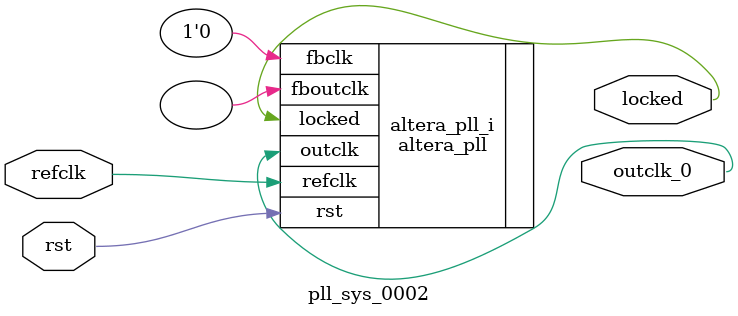
<source format=v>
`timescale 1ns/10ps
module  pll_sys_0002(

	// interface 'refclk'
	input wire refclk,

	// interface 'reset'
	input wire rst,

	// interface 'outclk0'
	output wire outclk_0,

	// interface 'locked'
	output wire locked
);

	altera_pll #(
		.fractional_vco_multiplier("false"),
		.reference_clock_frequency("50.0 MHz"),
		.operation_mode("direct"),
		.number_of_clocks(1),
		.output_clock_frequency0("90.000000 MHz"),
		.phase_shift0("0 ps"),
		.duty_cycle0(50),
		.output_clock_frequency1("0 MHz"),
		.phase_shift1("0 ps"),
		.duty_cycle1(50),
		.output_clock_frequency2("0 MHz"),
		.phase_shift2("0 ps"),
		.duty_cycle2(50),
		.output_clock_frequency3("0 MHz"),
		.phase_shift3("0 ps"),
		.duty_cycle3(50),
		.output_clock_frequency4("0 MHz"),
		.phase_shift4("0 ps"),
		.duty_cycle4(50),
		.output_clock_frequency5("0 MHz"),
		.phase_shift5("0 ps"),
		.duty_cycle5(50),
		.output_clock_frequency6("0 MHz"),
		.phase_shift6("0 ps"),
		.duty_cycle6(50),
		.output_clock_frequency7("0 MHz"),
		.phase_shift7("0 ps"),
		.duty_cycle7(50),
		.output_clock_frequency8("0 MHz"),
		.phase_shift8("0 ps"),
		.duty_cycle8(50),
		.output_clock_frequency9("0 MHz"),
		.phase_shift9("0 ps"),
		.duty_cycle9(50),
		.output_clock_frequency10("0 MHz"),
		.phase_shift10("0 ps"),
		.duty_cycle10(50),
		.output_clock_frequency11("0 MHz"),
		.phase_shift11("0 ps"),
		.duty_cycle11(50),
		.output_clock_frequency12("0 MHz"),
		.phase_shift12("0 ps"),
		.duty_cycle12(50),
		.output_clock_frequency13("0 MHz"),
		.phase_shift13("0 ps"),
		.duty_cycle13(50),
		.output_clock_frequency14("0 MHz"),
		.phase_shift14("0 ps"),
		.duty_cycle14(50),
		.output_clock_frequency15("0 MHz"),
		.phase_shift15("0 ps"),
		.duty_cycle15(50),
		.output_clock_frequency16("0 MHz"),
		.phase_shift16("0 ps"),
		.duty_cycle16(50),
		.output_clock_frequency17("0 MHz"),
		.phase_shift17("0 ps"),
		.duty_cycle17(50),
		.pll_type("General"),
		.pll_subtype("General")
	) altera_pll_i (
		.rst	(rst),
		.outclk	({outclk_0}),
		.locked	(locked),
		.fboutclk	( ),
		.fbclk	(1'b0),
		.refclk	(refclk)
	);
endmodule


</source>
